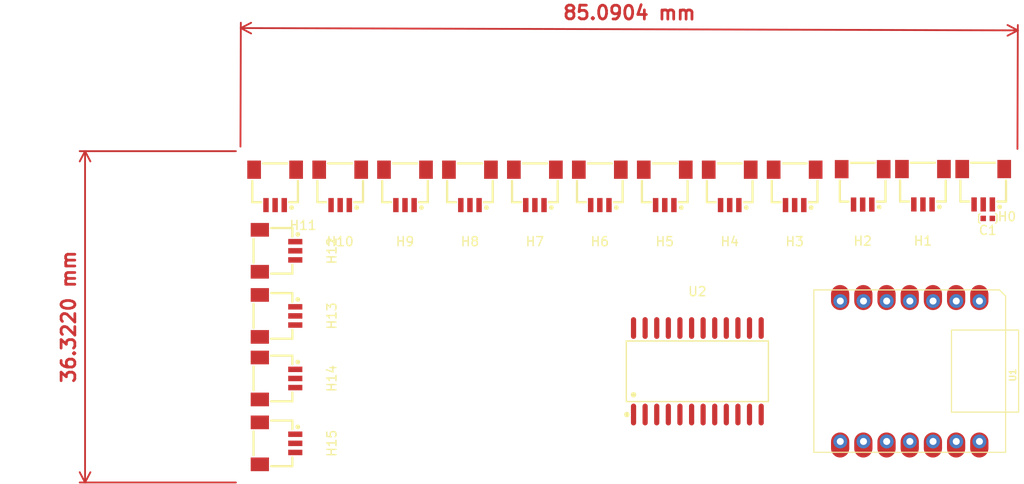
<source format=kicad_pcb>
(kicad_pcb (version 20240108) (generator "pcbnew") (generator_version "8.0")
  (layers (0 "F.Cu" signal) (31 "B.Cu" signal) (34 "B.Paste" user) (35 "F.Paste" user) (36 "B.SilkS" user "B.Silkscreen") (37 "F.SilkS" user "F.Silkscreen") (38 "B.Mask" user) (39 "F.Mask" user) (44 "Edge.Cuts" user))
  (net 0 "")
  (net 1 "/HALL_0")
  (net 2 "GND")
  (net 3 "+3V3")
  (footprint "0_easyeda2kicad:CONN-SMD_SM03B-SRSS-TB-LF-SN-P" (layer "F.Cu") (at 128.002 34.198 180)
    (property "Reference" "H7" (at 0 -5.94 180) (layer "F.SilkS"))
    (property "Value" "JST-SM03B")
    (fp_line (start 2.5 -1.62) (end 2.5 0.7) (stroke (width 0.25)) (layer "F.SilkS"))
    (fp_line (start 1.53 -1.62) (end 2.5 -1.62) (stroke (width 0.25)) (layer "F.SilkS"))
    (fp_line (start -1.32 2.63) (end 1.32 2.63) (stroke (width 0.25)) (layer "F.SilkS"))
    (fp_line (start -2.37 -1.62) (end -2.5 -1.62) (stroke (width 0.25)) (layer "F.SilkS"))
    (fp_line (start -2.5 -1.62) (end -1.53 -1.62) (stroke (width 0.25)) (layer "F.SilkS"))
    (fp_line (start -2.5 -1.62) (end -2.5 0.7) (stroke (width 0.25)) (layer "F.SilkS"))
    (fp_circle (center -1.807238 -2.216204) (end -1.68029 -2.17632) (stroke (width 0.25)) (fill none) (layer "F.SilkS"))
    (pad "1" smd rect (at -1 -1.94 180) (size 0.6 1.55) (layers "F.Cu" "F.Paste" "F.Mask") (net 3 "+3V3"))
    (pad "2" smd rect (at 0 -1.94 180) (size 0.6 1.55) (layers "F.Cu" "F.Paste" "F.Mask") (net 2 "GND"))
    (pad "3" smd rect (at 1 -1.94 180) (size 0.6 1.55) (layers "F.Cu" "F.Paste" "F.Mask") (net 1 "/HALL_0"))
    (pad "4" smd rect (at 2.3 1.94 180) (size 1.5 2) (layers "F.Cu" "F.Paste" "F.Mask"))
    (pad "5" smd rect (at -2.3 1.94 180) (size 1.5 2) (layers "F.Cu" "F.Paste" "F.Mask"))
  )
  (footprint "0_easyeda2kicad:CONN-SMD_SM03B-SRSS-TB-LF-SN-P" (layer "F.Cu") (at 177.1 34.128 180)
    (property "Reference" "H0" (at -2.6 -3.272 180) (layer "F.SilkS"))
    (property "Value" "JST-SM03B")
    (fp_line (start 2.5 -1.62) (end 2.5 0.7) (stroke (width 0.25)) (layer "F.SilkS"))
    (fp_line (start 1.53 -1.62) (end 2.5 -1.62) (stroke (width 0.25)) (layer "F.SilkS"))
    (fp_line (start -1.32 2.63) (end 1.32 2.63) (stroke (width 0.25)) (layer "F.SilkS"))
    (fp_line (start -2.37 -1.62) (end -2.5 -1.62) (stroke (width 0.25)) (layer "F.SilkS"))
    (fp_line (start -2.5 -1.62) (end -1.53 -1.62) (stroke (width 0.25)) (layer "F.SilkS"))
    (fp_line (start -2.5 -1.62) (end -2.5 0.7) (stroke (width 0.25)) (layer "F.SilkS"))
    (fp_circle (center -1.807238 -2.216204) (end -1.68029 -2.17632) (stroke (width 0.25)) (fill none) (layer "F.SilkS"))
    (pad "1" smd rect (at -1 -1.94 180) (size 0.6 1.55) (layers "F.Cu" "F.Paste" "F.Mask") (net 3 "+3V3"))
    (pad "2" smd rect (at 0 -1.94 180) (size 0.6 1.55) (layers "F.Cu" "F.Paste" "F.Mask") (net 2 "GND"))
    (pad "3" smd rect (at 1 -1.94 180) (size 0.6 1.55) (layers "F.Cu" "F.Paste" "F.Mask") (net 1 "/HALL_0"))
    (pad "4" smd rect (at 2.3 1.94 180) (size 1.5 2) (layers "F.Cu" "F.Paste" "F.Mask"))
    (pad "5" smd rect (at -2.3 1.94 180) (size 1.5 2) (layers "F.Cu" "F.Paste" "F.Mask"))
  )
  (footprint "0_easyeda2kicad:CONN-SMD_SM03B-SRSS-TB-LF-SN-P" (layer "F.Cu") (at 99.822 55.146 -90)
    (property "Reference" "H14" (at 0 -5.94 90) (layer "F.SilkS"))
    (property "Value" "JST-SM03B")
    (fp_line (start -1.32 2.63) (end 1.32 2.63) (stroke (width 0.25)) (layer "F.SilkS"))
    (fp_line (start -2.5 -1.62) (end -2.5 0.7) (stroke (width 0.25)) (layer "F.SilkS"))
    (fp_line (start -2.5 -1.62) (end -1.53 -1.62) (stroke (width 0.25)) (layer "F.SilkS"))
    (fp_line (start -2.37 -1.62) (end -2.5 -1.62) (stroke (width 0.25)) (layer "F.SilkS"))
    (fp_line (start 1.53 -1.62) (end 2.5 -1.62) (stroke (width 0.25)) (layer "F.SilkS"))
    (fp_line (start 2.5 -1.62) (end 2.5 0.7) (stroke (width 0.25)) (layer "F.SilkS"))
    (fp_circle (center -1.807238 -2.216204) (end -1.68029 -2.17632) (stroke (width 0.25)) (fill none) (layer "F.SilkS"))
    (pad "1" smd rect (at -1 -1.94 270) (size 0.6 1.55) (layers "F.Cu" "F.Paste" "F.Mask") (net 3 "+3V3"))
    (pad "2" smd rect (at 0 -1.94 270) (size 0.6 1.55) (layers "F.Cu" "F.Paste" "F.Mask") (net 2 "GND"))
    (pad "3" smd rect (at 1 -1.94 270) (size 0.6 1.55) (layers "F.Cu" "F.Paste" "F.Mask") (net 1 "/HALL_0"))
    (pad "4" smd rect (at 2.3 1.94 270) (size 1.5 2) (layers "F.Cu" "F.Paste" "F.Mask"))
    (pad "5" smd rect (at -2.3 1.94 270) (size 1.5 2) (layers "F.Cu" "F.Paste" "F.Mask"))
  )
  (footprint "0_easyeda2kicad:CONN-SMD_SM03B-SRSS-TB-LF-SN-P" (layer "F.Cu") (at 99.822 48.288 -90)
    (property "Reference" "H13" (at 0 -5.94 90) (layer "F.SilkS"))
    (property "Value" "JST-SM03B")
    (fp_line (start -1.32 2.63) (end 1.32 2.63) (stroke (width 0.25)) (layer "F.SilkS"))
    (fp_line (start -2.5 -1.62) (end -2.5 0.7) (stroke (width 0.25)) (layer "F.SilkS"))
    (fp_line (start -2.5 -1.62) (end -1.53 -1.62) (stroke (width 0.25)) (layer "F.SilkS"))
    (fp_line (start -2.37 -1.62) (end -2.5 -1.62) (stroke (width 0.25)) (layer "F.SilkS"))
    (fp_line (start 1.53 -1.62) (end 2.5 -1.62) (stroke (width 0.25)) (layer "F.SilkS"))
    (fp_line (start 2.5 -1.62) (end 2.5 0.7) (stroke (width 0.25)) (layer "F.SilkS"))
    (fp_circle (center -1.807238 -2.216204) (end -1.68029 -2.17632) (stroke (width 0.25)) (fill none) (layer "F.SilkS"))
    (pad "1" smd rect (at -1 -1.94 270) (size 0.6 1.55) (layers "F.Cu" "F.Paste" "F.Mask") (net 3 "+3V3"))
    (pad "2" smd rect (at 0 -1.94 270) (size 0.6 1.55) (layers "F.Cu" "F.Paste" "F.Mask") (net 2 "GND"))
    (pad "3" smd rect (at 1 -1.94 270) (size 0.6 1.55) (layers "F.Cu" "F.Paste" "F.Mask") (net 1 "/HALL_0"))
    (pad "4" smd rect (at 2.3 1.94 270) (size 1.5 2) (layers "F.Cu" "F.Paste" "F.Mask"))
    (pad "5" smd rect (at -2.3 1.94 270) (size 1.5 2) (layers "F.Cu" "F.Paste" "F.Mask"))
  )
  (footprint "0_easyeda2kicad:CONN-SMD_SM03B-SRSS-TB-LF-SN-P" (layer "F.Cu") (at 106.68 34.198 180)
    (property "Reference" "H10" (at 0 -5.94 180) (layer "F.SilkS"))
    (property "Value" "JST-SM03B")
    (fp_line (start 2.5 -1.62) (end 2.5 0.7) (stroke (width 0.25)) (layer "F.SilkS"))
    (fp_line (start 1.53 -1.62) (end 2.5 -1.62) (stroke (width 0.25)) (layer "F.SilkS"))
    (fp_line (start -1.32 2.63) (end 1.32 2.63) (stroke (width 0.25)) (layer "F.SilkS"))
    (fp_line (start -2.37 -1.62) (end -2.5 -1.62) (stroke (width 0.25)) (layer "F.SilkS"))
    (fp_line (start -2.5 -1.62) (end -1.53 -1.62) (stroke (width 0.25)) (layer "F.SilkS"))
    (fp_line (start -2.5 -1.62) (end -2.5 0.7) (stroke (width 0.25)) (layer "F.SilkS"))
    (fp_circle (center -1.807238 -2.216204) (end -1.68029 -2.17632) (stroke (width 0.25)) (fill none) (layer "F.SilkS"))
    (pad "1" smd rect (at -1 -1.94 180) (size 0.6 1.55) (layers "F.Cu" "F.Paste" "F.Mask") (net 3 "+3V3"))
    (pad "2" smd rect (at 0 -1.94 180) (size 0.6 1.55) (layers "F.Cu" "F.Paste" "F.Mask") (net 2 "GND"))
    (pad "3" smd rect (at 1 -1.94 180) (size 0.6 1.55) (layers "F.Cu" "F.Paste" "F.Mask") (net 1 "/HALL_0"))
    (pad "4" smd rect (at 2.3 1.94 180) (size 1.5 2) (layers "F.Cu" "F.Paste" "F.Mask"))
    (pad "5" smd rect (at -2.3 1.94 180) (size 1.5 2) (layers "F.Cu" "F.Paste" "F.Mask"))
  )
  (footprint "0_easyeda2kicad:C0402" (layer "F.Cu") (at 177.6 37.6)
    (property "Reference" "C1" (at 0 1.3 0) (layer "F.SilkS"))
    (property "Value" "C-0402-0.01uF" (hide yes))
    (fp_line (start -1 -0.35) (end -1 0.35) (stroke (width 0.15)) (layer "F.SilkS"))
    (fp_line (start 1 -0.35) (end 1 0.35) (stroke (width 0.15)) (layer "F.SilkS"))
    (fp_arc (start -1 -0.35) (mid -0.956066 -0.456066) (end -0.85 -0.5) (stroke (width 0.15)) (layer "F.SilkS"))
    (fp_arc (start -0.85 0.5) (mid -0.956066 0.456066) (end -1 0.35) (stroke (width 0.15)) (layer "F.SilkS"))
    (fp_arc (start 0.85 -0.51) (mid 0.956066 -0.466066) (end 1 -0.36) (stroke (width 0.15)) (layer "F.SilkS"))
    (fp_arc (start 1 0.35) (mid 0.956066 0.456066) (end 0.85 0.5) (stroke (width 0.15)) (layer "F.SilkS"))
    (pad "1" smd rect (at -0.5 0) (size 0.6 0.6) (layers "F.Cu" "F.Paste" "F.Mask") (net 2 "GND"))
    (pad "2" smd rect (at 0.5 0) (size 0.6 0.6) (layers "F.Cu" "F.Paste" "F.Mask") (net 3 "+3V3"))
  )
  (footprint "0_easyeda2kicad:CONN-SMD_SM03B-SRSS-TB-LF-SN-P" (layer "F.Cu") (at 99.822 62.258 -90)
    (property "Reference" "H15" (at 0 -5.94 90) (layer "F.SilkS"))
    (property "Value" "JST-SM03B")
    (fp_line (start -1.32 2.63) (end 1.32 2.63) (stroke (width 0.25)) (layer "F.SilkS"))
    (fp_line (start -2.5 -1.62) (end -2.5 0.7) (stroke (width 0.25)) (layer "F.SilkS"))
    (fp_line (start -2.5 -1.62) (end -1.53 -1.62) (stroke (width 0.25)) (layer "F.SilkS"))
    (fp_line (start -2.37 -1.62) (end -2.5 -1.62) (stroke (width 0.25)) (layer "F.SilkS"))
    (fp_line (start 1.53 -1.62) (end 2.5 -1.62) (stroke (width 0.25)) (layer "F.SilkS"))
    (fp_line (start 2.5 -1.62) (end 2.5 0.7) (stroke (width 0.25)) (layer "F.SilkS"))
    (fp_circle (center -1.807238 -2.216204) (end -1.68029 -2.17632) (stroke (width 0.25)) (fill none) (layer "F.SilkS"))
    (pad "1" smd rect (at -1 -1.94 270) (size 0.6 1.55) (layers "F.Cu" "F.Paste" "F.Mask") (net 3 "+3V3"))
    (pad "2" smd rect (at 0 -1.94 270) (size 0.6 1.55) (layers "F.Cu" "F.Paste" "F.Mask") (net 2 "GND"))
    (pad "3" smd rect (at 1 -1.94 270) (size 0.6 1.55) (layers "F.Cu" "F.Paste" "F.Mask") (net 1 "/HALL_0"))
    (pad "4" smd rect (at 2.3 1.94 270) (size 1.5 2) (layers "F.Cu" "F.Paste" "F.Mask"))
    (pad "5" smd rect (at -2.3 1.94 270) (size 1.5 2) (layers "F.Cu" "F.Paste" "F.Mask"))
  )
  (footprint "0_xiao_ESP32C3_PCB:MOUDLE14P-SMD-2.54-21X17.8MM" (layer "F.Cu") (at 158.55275 45.4385 -90)
    (property "Reference" "U1" (at 9.3345 -21.7805 -90) (layer "F.SilkS") (effects (font (size 0.7 0.7))))
    (property "Value" "XIAO-ESP32C3")
    (fp_line (start 0 0) (end 17.8 0) (stroke (width 0.127)) (layer "F.SilkS"))
    (fp_line (start 17.8 0) (end 17.8 -21) (stroke (width 0.127)) (layer "F.SilkS"))
    (fp_line (start 4.396 -15.072) (end 4.396 -22.425) (stroke (width 0.127)) (layer "F.SilkS"))
    (fp_line (start 13.395 -15.072) (end 4.396 -15.072) (stroke (width 0.127)) (layer "F.SilkS"))
    (fp_line (start 0 -20.3285) (end 0 0) (stroke (width 0.127)) (layer "F.SilkS"))
    (fp_line (start 0.671541 -21) (end 0 -20.3285) (stroke (width 0.127)) (layer "F.SilkS"))
    (fp_line (start 17.8 -21) (end 0.671541 -21) (stroke (width 0.127)) (layer "F.SilkS"))
    (fp_line (start 4.4 -22.424) (end 13.395 -22.424) (stroke (width 0.127)) (layer "F.SilkS"))
    (fp_line (start 13.395 -22.424) (end 13.395 -15.072) (stroke (width 0.127)) (layer "F.SilkS"))
    (pad "1" smd roundrect (at 0.835 -18.12 270) (size 2.75 2) (layers "F.Cu" "F.Paste" "F.Mask") (roundrect_rratio 0.5))
    (pad "1" thru_hole circle (at 1.2192 -18.1356 270) (size 1.524 1.524) (drill 0.762) (layers "*.Cu" "*.Mask"))
    (pad "2" smd roundrect (at 0.835 -15.58 270) (size 2.75 2) (layers "F.Cu" "F.Paste" "F.Mask") (roundrect_rratio 0.5))
    (pad "2" thru_hole circle (at 1.2192 -15.5956 270) (size 1.524 1.524) (drill 0.762) (layers "*.Cu" "*.Mask"))
    (pad "3" smd roundrect (at 0.835 -13.04 270) (size 2.75 2) (layers "F.Cu" "F.Paste" "F.Mask") (roundrect_rratio 0.5))
    (pad "3" thru_hole circle (at 1.2192 -13.0556 270) (size 1.524 1.524) (drill 0.762) (layers "*.Cu" "*.Mask"))
    (pad "4" smd roundrect (at 0.835 -10.5 270) (size 2.75 2) (layers "F.Cu" "F.Paste" "F.Mask") (roundrect_rratio 0.5))
    (pad "4" thru_hole circle (at 1.2192 -10.5156 270) (size 1.524 1.524) (drill 0.762) (layers "*.Cu" "*.Mask"))
    (pad "5" smd roundrect (at 0.835 -7.96 270) (size 2.75 2) (layers "F.Cu" "F.Paste" "F.Mask") (roundrect_rratio 0.5))
    (pad "5" thru_hole circle (at 1.2192 -7.9756 270) (size 1.524 1.524) (drill 0.762) (layers "*.Cu" "*.Mask"))
    (pad "6" smd roundrect (at 0.835 -5.42 270) (size 2.75 2) (layers "F.Cu" "F.Paste" "F.Mask") (roundrect_rratio 0.5))
    (pad "6" thru_hole circle (at 1.2192 -5.4356 270) (size 1.524 1.524) (drill 0.762) (layers "*.Cu" "*.Mask"))
    (pad "7" smd roundrect (at 0.835 -2.88 270) (size 2.75 2) (layers "F.Cu" "F.Paste" "F.Mask") (roundrect_rratio 0.5))
    (pad "7" thru_hole circle (at 1.2192 -2.8956 270) (size 1.524 1.524) (drill 0.762) (layers "*.Cu" "*.Mask"))
    (pad "8" thru_hole circle (at 16.6116 -2.8956 270) (size 1.524 1.524) (drill 0.762) (layers "*.Cu" "*.Mask"))
    (pad "8" smd roundrect (at 17 -2.88 270) (size 2.75 2) (layers "F.Cu" "F.Paste" "F.Mask") (roundrect_rratio 0.5))
    (pad "9" thru_hole circle (at 16.6116 -5.4356 270) (size 1.524 1.524) (drill 0.762) (layers "*.Cu" "*.Mask"))
    (pad "9" smd roundrect (at 17 -5.42 270) (size 2.75 2) (layers "F.Cu" "F.Paste" "F.Mask") (roundrect_rratio 0.5))
    (pad "10" thru_hole circle (at 16.6116 -7.9756 270) (size 1.524 1.524) (drill 0.762) (layers "*.Cu" "*.Mask"))
    (pad "10" smd roundrect (at 17 -7.96 270) (size 2.75 2) (layers "F.Cu" "F.Paste" "F.Mask") (roundrect_rratio 0.5))
    (pad "11" thru_hole circle (at 16.6116 -10.5156 270) (size 1.524 1.524) (drill 0.762) (layers "*.Cu" "*.Mask"))
    (pad "11" smd roundrect (at 17 -10.5 270) (size 2.75 2) (layers "F.Cu" "F.Paste" "F.Mask") (roundrect_rratio 0.5))
    (pad "12" thru_hole circle (at 16.6116 -13.0556 270) (size 1.524 1.524) (drill 0.762) (layers "*.Cu" "*.Mask"))
    (pad "12" smd roundrect (at 17 -13.04 270) (size 2.75 2) (layers "F.Cu" "F.Paste" "F.Mask") (roundrect_rratio 0.5))
    (pad "13" thru_hole circle (at 16.6116 -15.5956 270) (size 1.524 1.524) (drill 0.762) (layers "*.Cu" "*.Mask"))
    (pad "13" smd roundrect (at 17 -15.58 270) (size 2.75 2) (layers "F.Cu" "F.Paste" "F.Mask") (roundrect_rratio 0.5))
    (pad "14" thru_hole circle (at 16.6116 -18.1356 270) (size 1.524 1.524) (drill 0.762) (layers "*.Cu" "*.Mask"))
    (pad "14" smd roundrect (at 17 -18.12 270) (size 2.75 2) (layers "F.Cu" "F.Paste" "F.Mask") (roundrect_rratio 0.5))
  )
  (footprint "0_easyeda2kicad:CONN-SMD_SM03B-SRSS-TB-LF-SN-P" (layer "F.Cu") (at 120.89 34.198 180)
    (property "Reference" "H8" (at 0 -5.94 180) (layer "F.SilkS"))
    (property "Value" "JST-SM03B")
    (fp_line (start 2.5 -1.62) (end 2.5 0.7) (stroke (width 0.25)) (layer "F.SilkS"))
    (fp_line (start 1.53 -1.62) (end 2.5 -1.62) (stroke (width 0.25)) (layer "F.SilkS"))
    (fp_line (start -1.32 2.63) (end 1.32 2.63) (stroke (width 0.25)) (layer "F.SilkS"))
    (fp_line (start -2.37 -1.62) (end -2.5 -1.62) (stroke (width 0.25)) (layer "F.SilkS"))
    (fp_line (start -2.5 -1.62) (end -1.53 -1.62) (stroke (width 0.25)) (layer "F.SilkS"))
    (fp_line (start -2.5 -1.62) (end -2.5 0.7) (stroke (width 0.25)) (layer "F.SilkS"))
    (fp_circle (center -1.807238 -2.216204) (end -1.68029 -2.17632) (stroke (width 0.25)) (fill none) (layer "F.SilkS"))
    (pad "1" smd rect (at -1 -1.94 180) (size 0.6 1.55) (layers "F.Cu" "F.Paste" "F.Mask") (net 3 "+3V3"))
    (pad "2" smd rect (at 0 -1.94 180) (size 0.6 1.55) (layers "F.Cu" "F.Paste" "F.Mask") (net 2 "GND"))
    (pad "3" smd rect (at 1 -1.94 180) (size 0.6 1.55) (layers "F.Cu" "F.Paste" "F.Mask") (net 1 "/HALL_0"))
    (pad "4" smd rect (at 2.3 1.94 180) (size 1.5 2) (layers "F.Cu" "F.Paste" "F.Mask"))
    (pad "5" smd rect (at -2.3 1.94 180) (size 1.5 2) (layers "F.Cu" "F.Paste" "F.Mask"))
  )
  (footprint "0_easyeda2kicad:CONN-SMD_SM03B-SRSS-TB-LF-SN-P" (layer "F.Cu") (at 149.338 34.198 180)
    (property "Reference" "H4" (at 0 -5.94 180) (layer "F.SilkS"))
    (property "Value" "JST-SM03B")
    (fp_line (start 2.5 -1.62) (end 2.5 0.7) (stroke (width 0.25)) (layer "F.SilkS"))
    (fp_line (start 1.53 -1.62) (end 2.5 -1.62) (stroke (width 0.25)) (layer "F.SilkS"))
    (fp_line (start -1.32 2.63) (end 1.32 2.63) (stroke (width 0.25)) (layer "F.SilkS"))
    (fp_line (start -2.37 -1.62) (end -2.5 -1.62) (stroke (width 0.25)) (layer "F.SilkS"))
    (fp_line (start -2.5 -1.62) (end -1.53 -1.62) (stroke (width 0.25)) (layer "F.SilkS"))
    (fp_line (start -2.5 -1.62) (end -2.5 0.7) (stroke (width 0.25)) (layer "F.SilkS"))
    (fp_circle (center -1.807238 -2.216204) (end -1.68029 -2.17632) (stroke (width 0.25)) (fill none) (layer "F.SilkS"))
    (pad "1" smd rect (at -1 -1.94 180) (size 0.6 1.55) (layers "F.Cu" "F.Paste" "F.Mask") (net 3 "+3V3"))
    (pad "2" smd rect (at 0 -1.94 180) (size 0.6 1.55) (layers "F.Cu" "F.Paste" "F.Mask") (net 2 "GND"))
    (pad "3" smd rect (at 1 -1.94 180) (size 0.6 1.55) (layers "F.Cu" "F.Paste" "F.Mask") (net 1 "/HALL_0"))
    (pad "4" smd rect (at 2.3 1.94 180) (size 1.5 2) (layers "F.Cu" "F.Paste" "F.Mask"))
    (pad "5" smd rect (at -2.3 1.94 180) (size 1.5 2) (layers "F.Cu" "F.Paste" "F.Mask"))
  )
  (footprint "0_easyeda2kicad:CONN-SMD_SM03B-SRSS-TB-LF-SN-P" (layer "F.Cu") (at 142.226 34.198 180)
    (property "Reference" "H5" (at 0 -5.94 180) (layer "F.SilkS"))
    (property "Value" "JST-SM03B")
    (fp_line (start 2.5 -1.62) (end 2.5 0.7) (stroke (width 0.25)) (layer "F.SilkS"))
    (fp_line (start 1.53 -1.62) (end 2.5 -1.62) (stroke (width 0.25)) (layer "F.SilkS"))
    (fp_line (start -1.32 2.63) (end 1.32 2.63) (stroke (width 0.25)) (layer "F.SilkS"))
    (fp_line (start -2.37 -1.62) (end -2.5 -1.62) (stroke (width 0.25)) (layer "F.SilkS"))
    (fp_line (start -2.5 -1.62) (end -1.53 -1.62) (stroke (width 0.25)) (layer "F.SilkS"))
    (fp_line (start -2.5 -1.62) (end -2.5 0.7) (stroke (width 0.25)) (layer "F.SilkS"))
    (fp_circle (center -1.807238 -2.216204) (end -1.68029 -2.17632) (stroke (width 0.25)) (fill none) (layer "F.SilkS"))
    (pad "1" smd rect (at -1 -1.94 180) (size 0.6 1.55) (layers "F.Cu" "F.Paste" "F.Mask") (net 3 "+3V3"))
    (pad "2" smd rect (at 0 -1.94 180) (size 0.6 1.55) (layers "F.Cu" "F.Paste" "F.Mask") (net 2 "GND"))
    (pad "3" smd rect (at 1 -1.94 180) (size 0.6 1.55) (layers "F.Cu" "F.Paste" "F.Mask") (net 1 "/HALL_0"))
    (pad "4" smd rect (at 2.3 1.94 180) (size 1.5 2) (layers "F.Cu" "F.Paste" "F.Mask"))
    (pad "5" smd rect (at -2.3 1.94 180) (size 1.5 2) (layers "F.Cu" "F.Paste" "F.Mask"))
  )
  (footprint "0_easyeda2kicad:SOIC-24_L15.4-W7.5-P1.27-LS10.3-BL" (layer "F.Cu") (at 145.796 54.356)
    (property "Reference" "U2" (at 0 -8.74 0) (layer "F.SilkS"))
    (property "Value" "CD74HC4067M96")
    (fp_line (start -7.78 -3.32) (end 7.78 -3.32) (stroke (width 0.15)) (layer "F.SilkS"))
    (fp_line (start -7.78 3.32) (end -7.78 -3.32) (stroke (width 0.15)) (layer "F.SilkS"))
    (fp_line (start 7.78 -3.32) (end 7.78 3.32) (stroke (width 0.15)) (layer "F.SilkS"))
    (fp_line (start 7.78 3.32) (end -7.78 3.32) (stroke (width 0.15)) (layer "F.SilkS"))
    (fp_circle (center -7.72 4.74) (end -7.57 4.74) (stroke (width 0.3)) (fill none) (layer "F.SilkS"))
    (fp_circle (center -6.99 2.57) (end -6.84 2.57) (stroke (width 0.3)) (fill none) (layer "F.SilkS"))
    (pad "1" smd oval (at -6.99 4.74) (size 0.57 2.39) (layers "F.Cu" "F.Paste" "F.Mask"))
    (pad "2" smd oval (at -5.72 4.74) (size 0.57 2.39) (layers "F.Cu" "F.Paste" "F.Mask"))
    (pad "3" smd oval (at -4.45 4.74) (size 0.57 2.39) (layers "F.Cu" "F.Paste" "F.Mask"))
    (pad "4" smd oval (at -3.18 4.74) (size 0.57 2.39) (layers "F.Cu" "F.Paste" "F.Mask"))
    (pad "5" smd oval (at -1.91 4.74) (size 0.57 2.39) (layers "F.Cu" "F.Paste" "F.Mask"))
    (pad "6" smd oval (at -0.63 4.74) (size 0.57 2.39) (layers "F.Cu" "F.Paste" "F.Mask"))
    (pad "7" smd oval (at 0.63 4.74) (size 0.57 2.39) (layers "F.Cu" "F.Paste" "F.Mask"))
    (pad "8" smd oval (at 1.9 4.74) (size 0.57 2.39) (layers "F.Cu" "F.Paste" "F.Mask"))
    (pad "9" smd oval (at 3.17 4.74) (size 0.57 2.39) (layers "F.Cu" "F.Paste" "F.Mask"))
    (pad "10" smd oval (at 4.44 4.74) (size 0.57 2.39) (layers "F.Cu" "F.Paste" "F.Mask"))
    (pad "11" smd oval (at 5.71 4.74) (size 0.57 2.39) (layers "F.Cu" "F.Paste" "F.Mask"))
    (pad "12" smd oval (at 6.99 4.74) (size 0.57 2.39) (layers "F.Cu" "F.Paste" "F.Mask"))
    (pad "13" smd oval (at 6.99 -4.74) (size 0.57 2.39) (layers "F.Cu" "F.Paste" "F.Mask"))
    (pad "14" smd oval (at 5.71 -4.74) (size 0.57 2.39) (layers "F.Cu" "F.Paste" "F.Mask"))
    (pad "15" smd oval (at 4.44 -4.74) (size 0.57 2.39) (layers "F.Cu" "F.Paste" "F.Mask"))
    (pad "16" smd oval (at 3.17 -4.74) (size 0.57 2.39) (layers "F.Cu" "F.Paste" "F.Mask"))
    (pad "17" smd oval (at 1.9 -4.74) (size 0.57 2.39) (layers "F.Cu" "F.Paste" "F.Mask"))
    (pad "18" smd oval (at 0.63 -4.74) (size 0.57 2.39) (layers "F.Cu" "F.Paste" "F.Mask"))
    (pad "19" smd oval (at -0.63 -4.74) (size 0.57 2.39) (layers "F.Cu" "F.Paste" "F.Mask"))
    (pad "20" smd oval (at -1.91 -4.74) (size 0.57 2.39) (layers "F.Cu" "F.Paste" "F.Mask"))
    (pad "21" smd oval (at -3.18 -4.74) (size 0.57 2.39) (layers "F.Cu" "F.Paste" "F.Mask"))
    (pad "22" smd oval (at -4.45 -4.74) (size 0.57 2.39) (layers "F.Cu" "F.Paste" "F.Mask"))
    (pad "23" smd oval (at -5.72 -4.74) (size 0.57 2.39) (layers "F.Cu" "F.Paste" "F.Mask"))
    (pad "24" smd oval (at -6.99 -4.74) (size 0.57 2.39) (layers "F.Cu" "F.Paste" "F.Mask"))
  )
  (footprint "0_easyeda2kicad:CONN-SMD_SM03B-SRSS-TB-LF-SN-P" (layer "F.Cu") (at 135.114 34.198 180)
    (property "Reference" "H6" (at 0 -5.94 180) (layer "F.SilkS"))
    (property "Value" "JST-SM03B")
    (fp_line (start 2.5 -1.62) (end 2.5 0.7) (stroke (width 0.25)) (layer "F.SilkS"))
    (fp_line (start 1.53 -1.62) (end 2.5 -1.62) (stroke (width 0.25)) (layer "F.SilkS"))
    (fp_line (start -1.32 2.63) (end 1.32 2.63) (stroke (width 0.25)) (layer "F.SilkS"))
    (fp_line (start -2.37 -1.62) (end -2.5 -1.62) (stroke (width 0.25)) (layer "F.SilkS"))
    (fp_line (start -2.5 -1.62) (end -1.53 -1.62) (stroke (width 0.25)) (layer "F.SilkS"))
    (fp_line (start -2.5 -1.62) (end -2.5 0.7) (stroke (width 0.25)) (layer "F.SilkS"))
    (fp_circle (center -1.807238 -2.216204) (end -1.68029 -2.17632) (stroke (width 0.25)) (fill none) (layer "F.SilkS"))
    (pad "1" smd rect (at -1 -1.94 180) (size 0.6 1.55) (layers "F.Cu" "F.Paste" "F.Mask") (net 3 "+3V3"))
    (pad "2" smd rect (at 0 -1.94 180) (size 0.6 1.55) (layers "F.Cu" "F.Paste" "F.Mask") (net 2 "GND"))
    (pad "3" smd rect (at 1 -1.94 180) (size 0.6 1.55) (layers "F.Cu" "F.Paste" "F.Mask") (net 1 "/HALL_0"))
    (pad "4" smd rect (at 2.3 1.94 180) (size 1.5 2) (layers "F.Cu" "F.Paste" "F.Mask"))
    (pad "5" smd rect (at -2.3 1.94 180) (size 1.5 2) (layers "F.Cu" "F.Paste" "F.Mask"))
  )
  (footprint "0_easyeda2kicad:CONN-SMD_SM03B-SRSS-TB-LF-SN-P" (layer "F.Cu") (at 99.554 34.198 180)
    (property "Reference" "H11" (at -3.062 -4.156 180) (layer "F.SilkS"))
    (property "Value" "JST-SM03B")
    (fp_line (start 2.5 -1.62) (end 2.5 0.7) (stroke (width 0.25)) (layer "F.SilkS"))
    (fp_line (start 1.53 -1.62) (end 2.5 -1.62) (stroke (width 0.25)) (layer "F.SilkS"))
    (fp_line (start -1.32 2.63) (end 1.32 2.63) (stroke (width 0.25)) (layer "F.SilkS"))
    (fp_line (start -2.37 -1.62) (end -2.5 -1.62) (stroke (width 0.25)) (layer "F.SilkS"))
    (fp_line (start -2.5 -1.62) (end -1.53 -1.62) (stroke (width 0.25)) (layer "F.SilkS"))
    (fp_line (start -2.5 -1.62) (end -2.5 0.7) (stroke (width 0.25)) (layer "F.SilkS"))
    (fp_circle (center -1.807238 -2.216204) (end -1.68029 -2.17632) (stroke (width 0.25)) (fill none) (layer "F.SilkS"))
    (pad "1" smd rect (at -1 -1.94 180) (size 0.6 1.55) (layers "F.Cu" "F.Paste" "F.Mask") (net 3 "+3V3"))
    (pad "2" smd rect (at 0 -1.94 180) (size 0.6 1.55) (layers "F.Cu" "F.Paste" "F.Mask") (net 2 "GND"))
    (pad "3" smd rect (at 1 -1.94 180) (size 0.6 1.55) (layers "F.Cu" "F.Paste" "F.Mask") (net 1 "/HALL_0"))
    (pad "4" smd rect (at 2.3 1.94 180) (size 1.5 2) (layers "F.Cu" "F.Paste" "F.Mask"))
    (pad "5" smd rect (at -2.3 1.94 180) (size 1.5 2) (layers "F.Cu" "F.Paste" "F.Mask"))
  )
  (footprint "0_easyeda2kicad:CONN-SMD_SM03B-SRSS-TB-LF-SN-P" (layer "F.Cu") (at 99.822 41.148 -90)
    (property "Reference" "H12" (at 0 -5.94 90) (layer "F.SilkS"))
    (property "Value" "JST-SM03B")
    (fp_line (start -1.32 2.63) (end 1.32 2.63) (stroke (width 0.25)) (layer "F.SilkS"))
    (fp_line (start -2.5 -1.62) (end -2.5 0.7) (stroke (width 0.25)) (layer "F.SilkS"))
    (fp_line (start -2.5 -1.62) (end -1.53 -1.62) (stroke (width 0.25)) (layer "F.SilkS"))
    (fp_line (start -2.37 -1.62) (end -2.5 -1.62) (stroke (width 0.25)) (layer "F.SilkS"))
    (fp_line (start 1.53 -1.62) (end 2.5 -1.62) (stroke (width 0.25)) (layer "F.SilkS"))
    (fp_line (start 2.5 -1.62) (end 2.5 0.7) (stroke (width 0.25)) (layer "F.SilkS"))
    (fp_circle (center -1.807238 -2.216204) (end -1.68029 -2.17632) (stroke (width 0.25)) (fill none) (layer "F.SilkS"))
    (pad "1" smd rect (at -1 -1.94 270) (size 0.6 1.55) (layers "F.Cu" "F.Paste" "F.Mask") (net 3 "+3V3"))
    (pad "2" smd rect (at 0 -1.94 270) (size 0.6 1.55) (layers "F.Cu" "F.Paste" "F.Mask") (net 2 "GND"))
    (pad "3" smd rect (at 1 -1.94 270) (size 0.6 1.55) (layers "F.Cu" "F.Paste" "F.Mask") (net 1 "/HALL_0"))
    (pad "4" smd rect (at 2.3 1.94 270) (size 1.5 2) (layers "F.Cu" "F.Paste" "F.Mask"))
    (pad "5" smd rect (at -2.3 1.94 270) (size 1.5 2) (layers "F.Cu" "F.Paste" "F.Mask"))
  )
  (footprint "0_easyeda2kicad:CONN-SMD_SM03B-SRSS-TB-LF-SN-P" (layer "F.Cu") (at 156.45 34.198 180)
    (property "Reference" "H3" (at 0 -5.94 180) (layer "F.SilkS"))
    (property "Value" "JST-SM03B")
    (fp_line (start 2.5 -1.62) (end 2.5 0.7) (stroke (width 0.25)) (layer "F.SilkS"))
    (fp_line (start 1.53 -1.62) (end 2.5 -1.62) (stroke (width 0.25)) (layer "F.SilkS"))
    (fp_line (start -1.32 2.63) (end 1.32 2.63) (stroke (width 0.25)) (layer "F.SilkS"))
    (fp_line (start -2.37 -1.62) (end -2.5 -1.62) (stroke (width 0.25)) (layer "F.SilkS"))
    (fp_line (start -2.5 -1.62) (end -1.53 -1.62) (stroke (width 0.25)) (layer "F.SilkS"))
    (fp_line (start -2.5 -1.62) (end -2.5 0.7) (stroke (width 0.25)) (layer "F.SilkS"))
    (fp_circle (center -1.807238 -2.216204) (end -1.68029 -2.17632) (stroke (width 0.25)) (fill none) (layer "F.SilkS"))
    (pad "1" smd rect (at -1 -1.94 180) (size 0.6 1.55) (layers "F.Cu" "F.Paste" "F.Mask") (net 3 "+3V3"))
    (pad "2" smd rect (at 0 -1.94 180) (size 0.6 1.55) (layers "F.Cu" "F.Paste" "F.Mask") (net 2 "GND"))
    (pad "3" smd rect (at 1 -1.94 180) (size 0.6 1.55) (layers "F.Cu" "F.Paste" "F.Mask") (net 1 "/HALL_0"))
    (pad "4" smd rect (at 2.3 1.94 180) (size 1.5 2) (layers "F.Cu" "F.Paste" "F.Mask"))
    (pad "5" smd rect (at -2.3 1.94 180) (size 1.5 2) (layers "F.Cu" "F.Paste" "F.Mask"))
  )
  (footprint "0_easyeda2kicad:CONN-SMD_SM03B-SRSS-TB-LF-SN-P" (layer "F.Cu") (at 163.9 34.14 180)
    (property "Reference" "H2" (at 0 -5.94 180) (layer "F.SilkS"))
    (property "Value" "JST-SM03B")
    (fp_line (start 2.5 -1.62) (end 2.5 0.7) (stroke (width 0.25)) (layer "F.SilkS"))
    (fp_line (start 1.53 -1.62) (end 2.5 -1.62) (stroke (width 0.25)) (layer "F.SilkS"))
    (fp_line (start -1.32 2.63) (end 1.32 2.63) (stroke (width 0.25)) (layer "F.SilkS"))
    (fp_line (start -2.37 -1.62) (end -2.5 -1.62) (stroke (width 0.25)) (layer "F.SilkS"))
    (fp_line (start -2.5 -1.62) (end -1.53 -1.62) (stroke (width 0.25)) (layer "F.SilkS"))
    (fp_line (start -2.5 -1.62) (end -2.5 0.7) (stroke (width 0.25)) (layer "F.SilkS"))
    (fp_circle (center -1.807238 -2.216204) (end -1.68029 -2.17632) (stroke (width 0.25)) (fill none) (layer "F.SilkS"))
    (pad "1" smd rect (at -1 -1.94 180) (size 0.6 1.55) (layers "F.Cu" "F.Paste" "F.Mask") (net 3 "+3V3"))
    (pad "2" smd rect (at 0 -1.94 180) (size 0.6 1.55) (layers "F.Cu" "F.Paste" "F.Mask") (net 2 "GND"))
    (pad "3" smd rect (at 1 -1.94 180) (size 0.6 1.55) (layers "F.Cu" "F.Paste" "F.Mask") (net 1 "/HALL_0"))
    (pad "4" smd rect (at 2.3 1.94 180) (size 1.5 2) (layers "F.Cu" "F.Paste" "F.Mask"))
    (pad "5" smd rect (at -2.3 1.94 180) (size 1.5 2) (layers "F.Cu" "F.Paste" "F.Mask"))
  )
  (footprint "0_easyeda2kicad:CONN-SMD_SM03B-SRSS-TB-LF-SN-P" (layer "F.Cu") (at 113.778 34.198 180)
    (property "Reference" "H9" (at 0 -5.94 180) (layer "F.SilkS"))
    (property "Value" "JST-SM03B")
    (fp_line (start 2.5 -1.62) (end 2.5 0.7) (stroke (width 0.25)) (layer "F.SilkS"))
    (fp_line (start 1.53 -1.62) (end 2.5 -1.62) (stroke (width 0.25)) (layer "F.SilkS"))
    (fp_line (start -1.32 2.63) (end 1.32 2.63) (stroke (width 0.25)) (layer "F.SilkS"))
    (fp_line (start -2.37 -1.62) (end -2.5 -1.62) (stroke (width 0.25)) (layer "F.SilkS"))
    (fp_line (start -2.5 -1.62) (end -1.53 -1.62) (stroke (width 0.25)) (layer "F.SilkS"))
    (fp_line (start -2.5 -1.62) (end -2.5 0.7) (stroke (width 0.25)) (layer "F.SilkS"))
    (fp_circle (center -1.807238 -2.216204) (end -1.68029 -2.17632) (stroke (width 0.25)) (fill none) (layer "F.SilkS"))
    (pad "1" smd rect (at -1 -1.94 180) (size 0.6 1.55) (layers "F.Cu" "F.Paste" "F.Mask") (net 3 "+3V3"))
    (pad "2" smd rect (at 0 -1.94 180) (size 0.6 1.55) (layers "F.Cu" "F.Paste" "F.Mask") (net 2 "GND"))
    (pad "3" smd rect (at 1 -1.94 180) (size 0.6 1.55) (layers "F.Cu" "F.Paste" "F.Mask") (net 1 "/HALL_0"))
    (pad "4" smd rect (at 2.3 1.94 180) (size 1.5 2) (layers "F.Cu" "F.Paste" "F.Mask"))
    (pad "5" smd rect (at -2.3 1.94 180) (size 1.5 2) (layers "F.Cu" "F.Paste" "F.Mask"))
  )
  (footprint "0_easyeda2kicad:CONN-SMD_SM03B-SRSS-TB-LF-SN-P" (layer "F.Cu") (at 170.5 34.128 180)
    (property "Reference" "H1" (at 0 -5.94 180) (layer "F.SilkS"))
    (property "Value" "JST-SM03B")
    (fp_line (start 2.5 -1.62) (end 2.5 0.7) (stroke (width 0.25)) (layer "F.SilkS"))
    (fp_line (start 1.53 -1.62) (end 2.5 -1.62) (stroke (width 0.25)) (layer "F.SilkS"))
    (fp_line (start -1.32 2.63) (end 1.32 2.63) (stroke (width 0.25)) (layer "F.SilkS"))
    (fp_line (start -2.37 -1.62) (end -2.5 -1.62) (stroke (width 0.25)) (layer "F.SilkS"))
    (fp_line (start -2.5 -1.62) (end -1.53 -1.62) (stroke (width 0.25)) (layer "F.SilkS"))
    (fp_line (start -2.5 -1.62) (end -2.5 0.7) (stroke (width 0.25)) (layer "F.SilkS"))
    (fp_circle (center -1.807238 -2.216204) (end -1.68029 -2.17632) (stroke (width 0.25)) (fill none) (layer "F.SilkS"))
    (pad "1" smd rect (at -1 -1.94 180) (size 0.6 1.55) (layers "F.Cu" "F.Paste" "F.Mask") (net 3 "+3V3"))
    (pad "2" smd rect (at 0 -1.94 180) (size 0.6 1.55) (layers "F.Cu" "F.Paste" "F.Mask") (net 2 "GND"))
    (pad "3" smd rect (at 1 -1.94 180) (size 0.6 1.55) (layers "F.Cu" "F.Paste" "F.Mask") (net 1 "/HALL_0"))
    (pad "4" smd rect (at 2.3 1.94 180) (size 1.5 2) (layers "F.Cu" "F.Paste" "F.Mask"))
    (pad "5" smd rect (at -2.3 1.94 180) (size 1.5 2) (layers "F.Cu" "F.Paste" "F.Mask"))
  )
  (dimension (type aligned) (layer "F.Cu") (pts (xy 95.758 30.226) (xy 95.758 66.548)) (height 17.018) (gr_text "36.3220 mm" (at 76.94 48.387 90) (layer "F.Cu") (effects (font (size 1.5 1.5) (thickness 0.3)))) (format (prefix "") (suffix "") (units 3) (units_format 1) (precision 4)) (style (thickness 0.2) (arrow_length 1.27) (text_position_mode 0) (extension_height 0.58642) (extension_offset 0.5) keep_text_aligned))
  (dimension (type aligned) (layer "F.Cu") (pts (xy 180.848 30.48) (xy 95.758 30.226)) (height 13.493944) (gr_text "85.0904 mm" (at 138.348653 15.059124 -0.1710316696) (layer "F.Cu") (effects (font (size 1.5 1.5) (thickness 0.3)))) (format (prefix "") (suffix "") (units 3) (units_format 1) (precision 4)) (style (thickness 0.2) (arrow_length 1.27) (text_position_mode 0) (extension_height 0.58642) (extension_offset 0.5) keep_text_aligned))
)
</source>
